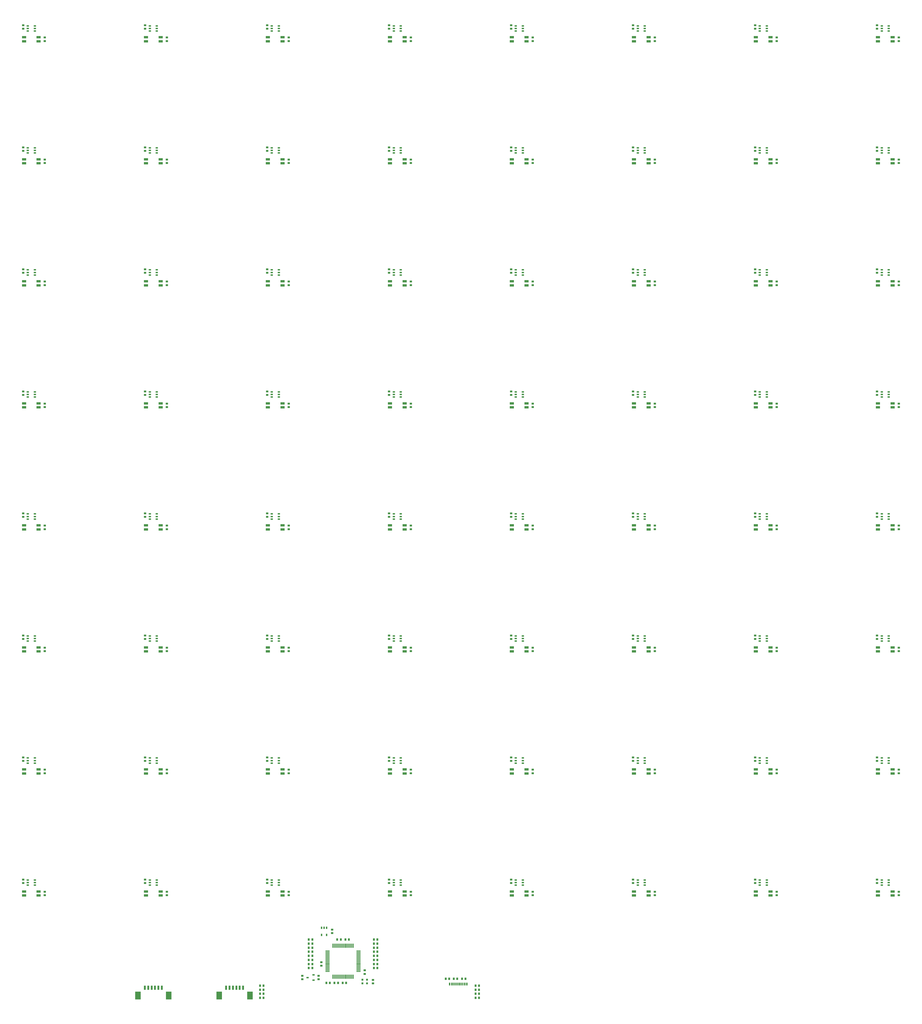
<source format=gtp>
G04*
G04 #@! TF.GenerationSoftware,Altium Limited,Altium Designer,23.1.1 (15)*
G04*
G04 Layer_Color=8421504*
%FSLAX44Y44*%
%MOMM*%
G71*
G04*
G04 #@! TF.SameCoordinates,D6AEB844-DB29-4591-81DB-C28A87B81CE0*
G04*
G04*
G04 #@! TF.FilePolarity,Positive*
G04*
G01*
G75*
%ADD12R,0.9000X0.7000*%
%ADD13R,0.7000X0.9000*%
%ADD14R,0.7800X0.6800*%
%ADD15R,0.6000X0.9000*%
%ADD16R,1.5000X0.3000*%
%ADD17R,0.3000X1.5000*%
%ADD18R,0.9000X0.6000*%
%ADD19R,1.5000X0.8200*%
%ADD20R,0.3000X1.0000*%
%ADD21R,0.6000X1.0000*%
%ADD22R,0.8000X1.6000*%
%ADD23R,2.1000X3.0000*%
D12*
X1630000Y103500D02*
D03*
Y116500D02*
D03*
X1470000Y133500D02*
D03*
Y146500D02*
D03*
X1660000Y81500D02*
D03*
Y68500D02*
D03*
X1510000Y266500D02*
D03*
Y253500D02*
D03*
X450000Y393500D02*
D03*
Y406500D02*
D03*
X370000Y438500D02*
D03*
Y451500D02*
D03*
X1460000Y83500D02*
D03*
Y96500D02*
D03*
X1400000D02*
D03*
Y83500D02*
D03*
X820000Y438500D02*
D03*
Y451500D02*
D03*
X1270000Y438500D02*
D03*
Y451500D02*
D03*
X1720000Y438500D02*
D03*
Y451500D02*
D03*
X2170000Y438500D02*
D03*
Y451500D02*
D03*
X2620000Y438500D02*
D03*
Y451500D02*
D03*
X3070000Y438500D02*
D03*
Y451500D02*
D03*
X3520000Y438500D02*
D03*
Y451500D02*
D03*
X370000Y888500D02*
D03*
Y901500D02*
D03*
X820000Y888500D02*
D03*
Y901500D02*
D03*
X1270000Y888500D02*
D03*
Y901500D02*
D03*
X1720000Y888500D02*
D03*
Y901500D02*
D03*
X2170000Y888500D02*
D03*
Y901500D02*
D03*
X2620000Y888500D02*
D03*
Y901500D02*
D03*
X3070000Y888500D02*
D03*
Y901500D02*
D03*
X3520000Y888500D02*
D03*
Y901500D02*
D03*
X370000Y1338500D02*
D03*
Y1351500D02*
D03*
X820000Y1338500D02*
D03*
Y1351500D02*
D03*
X1270000Y1338500D02*
D03*
Y1351500D02*
D03*
X1720000Y1338500D02*
D03*
Y1351500D02*
D03*
X2170000Y1338500D02*
D03*
Y1351500D02*
D03*
X2620000Y1338500D02*
D03*
Y1351500D02*
D03*
X3070000Y1338500D02*
D03*
Y1351500D02*
D03*
X3520000Y1338500D02*
D03*
Y1351500D02*
D03*
X370000Y1788500D02*
D03*
Y1801500D02*
D03*
X820000Y1788500D02*
D03*
Y1801500D02*
D03*
X1270000Y1788500D02*
D03*
Y1801500D02*
D03*
X1720000Y1788500D02*
D03*
Y1801500D02*
D03*
X2170000Y1788500D02*
D03*
Y1801500D02*
D03*
X2620000Y1788500D02*
D03*
Y1801500D02*
D03*
X3070000Y1788500D02*
D03*
Y1801500D02*
D03*
X3520000Y1788500D02*
D03*
Y1801500D02*
D03*
X370000Y2238500D02*
D03*
Y2251500D02*
D03*
X820000Y2238500D02*
D03*
Y2251500D02*
D03*
X1270000Y2238500D02*
D03*
Y2251500D02*
D03*
X1720000Y2238500D02*
D03*
Y2251500D02*
D03*
X2170000Y2238500D02*
D03*
Y2251500D02*
D03*
X2620000Y2238500D02*
D03*
Y2251500D02*
D03*
X3070000Y2238500D02*
D03*
Y2251500D02*
D03*
X3520000Y2238500D02*
D03*
Y2251500D02*
D03*
X370000Y2688500D02*
D03*
Y2701500D02*
D03*
X820000Y2688500D02*
D03*
Y2701500D02*
D03*
X1270000Y2688500D02*
D03*
Y2701500D02*
D03*
X1720000Y2688500D02*
D03*
Y2701500D02*
D03*
X2170000Y2688500D02*
D03*
Y2701500D02*
D03*
X2620000Y2688500D02*
D03*
Y2701500D02*
D03*
X3070000Y2688500D02*
D03*
Y2701500D02*
D03*
X370000Y3138500D02*
D03*
Y3151500D02*
D03*
X820000Y3138500D02*
D03*
Y3151500D02*
D03*
X1270000Y3138500D02*
D03*
Y3151500D02*
D03*
X1720000Y3138500D02*
D03*
Y3151500D02*
D03*
X2170000Y3138500D02*
D03*
Y3151500D02*
D03*
X2620000Y3138500D02*
D03*
Y3151500D02*
D03*
X3070000Y3138500D02*
D03*
Y3151500D02*
D03*
X3520000Y3138500D02*
D03*
Y3151500D02*
D03*
X370000Y3588500D02*
D03*
Y3601500D02*
D03*
X820000Y3588500D02*
D03*
Y3601500D02*
D03*
X1270000Y3588500D02*
D03*
Y3601500D02*
D03*
X1720000Y3588500D02*
D03*
Y3601500D02*
D03*
X2170000Y3588500D02*
D03*
Y3601500D02*
D03*
X2620000Y3588500D02*
D03*
Y3601500D02*
D03*
X3070000Y3588500D02*
D03*
Y3601500D02*
D03*
X3520000Y3588500D02*
D03*
Y3601500D02*
D03*
X900000Y393500D02*
D03*
Y406500D02*
D03*
X1350000Y393500D02*
D03*
Y406500D02*
D03*
X1800000Y393500D02*
D03*
Y406500D02*
D03*
X2250000Y393500D02*
D03*
Y406500D02*
D03*
X2700000Y393500D02*
D03*
Y406500D02*
D03*
X3150000Y393500D02*
D03*
Y406500D02*
D03*
X3600000Y393500D02*
D03*
Y406500D02*
D03*
X450000Y843500D02*
D03*
Y856500D02*
D03*
X900000Y843500D02*
D03*
Y856500D02*
D03*
X1350000Y843500D02*
D03*
Y856500D02*
D03*
X1800000Y843500D02*
D03*
Y856500D02*
D03*
X2250000Y843500D02*
D03*
Y856500D02*
D03*
X2700000Y843500D02*
D03*
Y856500D02*
D03*
X3150000Y843500D02*
D03*
Y856500D02*
D03*
X3600000Y843500D02*
D03*
Y856500D02*
D03*
X450000Y1293500D02*
D03*
Y1306500D02*
D03*
X900000Y1293500D02*
D03*
Y1306500D02*
D03*
X1350000Y1293500D02*
D03*
Y1306500D02*
D03*
X1800000Y1293500D02*
D03*
Y1306500D02*
D03*
X2250000Y1293500D02*
D03*
Y1306500D02*
D03*
X2700000Y1293500D02*
D03*
Y1306500D02*
D03*
X3150000Y1293500D02*
D03*
Y1306500D02*
D03*
X3600000Y1293500D02*
D03*
Y1306500D02*
D03*
X450000Y1743500D02*
D03*
Y1756500D02*
D03*
X900000Y1743500D02*
D03*
Y1756500D02*
D03*
X1350000Y1743500D02*
D03*
Y1756500D02*
D03*
X1800000Y1743500D02*
D03*
Y1756500D02*
D03*
X2250000Y1743500D02*
D03*
Y1756500D02*
D03*
X2700000Y1743500D02*
D03*
Y1756500D02*
D03*
X3150000Y1743500D02*
D03*
Y1756500D02*
D03*
X3600000Y1743500D02*
D03*
Y1756500D02*
D03*
X450000Y2193500D02*
D03*
Y2206500D02*
D03*
X900000Y2193500D02*
D03*
Y2206500D02*
D03*
X1350000Y2193500D02*
D03*
Y2206500D02*
D03*
X1800000Y2193500D02*
D03*
Y2206500D02*
D03*
X2250000Y2193500D02*
D03*
Y2206500D02*
D03*
X2700000Y2193500D02*
D03*
Y2206500D02*
D03*
X3150000Y2193500D02*
D03*
Y2206500D02*
D03*
X3600000Y2193500D02*
D03*
Y2206500D02*
D03*
X450000Y2643500D02*
D03*
Y2656500D02*
D03*
X900000Y2643500D02*
D03*
Y2656500D02*
D03*
X1350000Y2643500D02*
D03*
Y2656500D02*
D03*
X1800000Y2643500D02*
D03*
Y2656500D02*
D03*
X2250000Y2643500D02*
D03*
Y2656500D02*
D03*
X2700000Y2643500D02*
D03*
Y2656500D02*
D03*
X3150000Y2643500D02*
D03*
Y2656500D02*
D03*
X450000Y3093500D02*
D03*
Y3106500D02*
D03*
X900000Y3093500D02*
D03*
Y3106500D02*
D03*
X1350000Y3093500D02*
D03*
Y3106500D02*
D03*
X1800000Y3093500D02*
D03*
Y3106500D02*
D03*
X2250000Y3093500D02*
D03*
Y3106500D02*
D03*
X2700000Y3093500D02*
D03*
Y3106500D02*
D03*
X3150000Y3093500D02*
D03*
Y3106500D02*
D03*
X3600000Y3093500D02*
D03*
Y3106500D02*
D03*
X450000Y3543500D02*
D03*
Y3556500D02*
D03*
X900000Y3543500D02*
D03*
Y3556500D02*
D03*
X1350000Y3543500D02*
D03*
Y3556500D02*
D03*
X1800000Y3543500D02*
D03*
Y3556500D02*
D03*
X2250000Y3543500D02*
D03*
Y3556500D02*
D03*
X2700000Y3543500D02*
D03*
Y3556500D02*
D03*
X3150000Y3543500D02*
D03*
Y3556500D02*
D03*
X3600000Y3543500D02*
D03*
Y3556500D02*
D03*
X3520000Y2688500D02*
D03*
Y2701500D02*
D03*
X3600000Y2643500D02*
D03*
Y2656500D02*
D03*
D13*
X1518500Y70000D02*
D03*
X1531500D02*
D03*
X1548500D02*
D03*
X1561500D02*
D03*
X1488500D02*
D03*
X1501500D02*
D03*
X1676500Y215000D02*
D03*
X1663500D02*
D03*
X1676500Y200000D02*
D03*
X1663500D02*
D03*
X1676500Y185000D02*
D03*
X1663500D02*
D03*
X1676500Y170000D02*
D03*
X1663500D02*
D03*
X1676500Y155000D02*
D03*
X1663500D02*
D03*
X1676500Y140000D02*
D03*
X1663500D02*
D03*
X1676500Y125000D02*
D03*
X1663500D02*
D03*
X1423500Y215000D02*
D03*
X1436500D02*
D03*
X1423500Y200000D02*
D03*
X1436500D02*
D03*
X1423500Y185000D02*
D03*
X1436500D02*
D03*
X1423500Y170000D02*
D03*
X1436500D02*
D03*
X1423500Y155000D02*
D03*
X1436500D02*
D03*
X1423500Y140000D02*
D03*
X1436500D02*
D03*
X1423500Y125000D02*
D03*
X1436500D02*
D03*
X1571500Y230000D02*
D03*
X1558500D02*
D03*
X1528500D02*
D03*
X1541500D02*
D03*
X1663500Y230000D02*
D03*
X1676500D02*
D03*
X1436500Y230000D02*
D03*
X1423500D02*
D03*
X1958500Y85000D02*
D03*
X1971500D02*
D03*
X2001500D02*
D03*
X1988500D02*
D03*
X1928500D02*
D03*
X1941500D02*
D03*
X2038500Y45000D02*
D03*
X2051500D02*
D03*
Y30000D02*
D03*
X2038500D02*
D03*
X2051500Y15000D02*
D03*
X2038500D02*
D03*
Y60000D02*
D03*
X2051500D02*
D03*
X1256500Y60000D02*
D03*
X1243500D02*
D03*
X1256500Y45000D02*
D03*
X1243500D02*
D03*
X1256500Y30000D02*
D03*
X1243500D02*
D03*
X1256500Y15000D02*
D03*
X1243500D02*
D03*
D14*
X1621350Y68350D02*
D03*
Y81650D02*
D03*
X1638650D02*
D03*
Y68350D02*
D03*
D15*
X1470500Y273000D02*
D03*
X1480000D02*
D03*
X1489500D02*
D03*
X1470500Y247000D02*
D03*
X1489500D02*
D03*
D16*
X1607000Y117500D02*
D03*
Y122500D02*
D03*
Y152500D02*
D03*
Y112500D02*
D03*
Y187500D02*
D03*
Y182500D02*
D03*
Y177500D02*
D03*
Y172500D02*
D03*
Y167500D02*
D03*
Y162500D02*
D03*
Y157500D02*
D03*
Y147500D02*
D03*
Y142500D02*
D03*
Y137500D02*
D03*
Y132500D02*
D03*
Y127500D02*
D03*
X1493000Y112500D02*
D03*
Y117500D02*
D03*
Y122500D02*
D03*
Y127500D02*
D03*
Y132500D02*
D03*
Y137500D02*
D03*
Y142500D02*
D03*
Y147500D02*
D03*
Y152500D02*
D03*
Y157500D02*
D03*
Y162500D02*
D03*
Y167500D02*
D03*
Y172500D02*
D03*
Y177500D02*
D03*
Y182500D02*
D03*
Y187500D02*
D03*
D17*
X1512500Y207000D02*
D03*
X1517500D02*
D03*
X1522500D02*
D03*
X1527500D02*
D03*
X1532500D02*
D03*
X1537500D02*
D03*
X1542500D02*
D03*
X1547500D02*
D03*
X1552500D02*
D03*
X1557500D02*
D03*
X1562500D02*
D03*
X1567500D02*
D03*
X1572500D02*
D03*
X1577500D02*
D03*
X1582500D02*
D03*
X1587500D02*
D03*
X1512500Y93000D02*
D03*
X1517500D02*
D03*
X1522500D02*
D03*
X1527500D02*
D03*
X1532500D02*
D03*
X1537500D02*
D03*
X1542500D02*
D03*
X1547500D02*
D03*
X1552500D02*
D03*
X1557500D02*
D03*
X1562500D02*
D03*
X1567500D02*
D03*
X1572500D02*
D03*
X1577500D02*
D03*
X1582500D02*
D03*
X1587500D02*
D03*
D18*
X387000Y440000D02*
D03*
Y449500D02*
D03*
X413000Y430500D02*
D03*
Y440000D02*
D03*
Y449500D02*
D03*
X387000Y430500D02*
D03*
X1419000Y90000D02*
D03*
X1441000Y80500D02*
D03*
Y99500D02*
D03*
X837000Y440000D02*
D03*
Y449500D02*
D03*
X863000Y430500D02*
D03*
Y440000D02*
D03*
Y449500D02*
D03*
X837000Y430500D02*
D03*
X1287000Y440000D02*
D03*
Y449500D02*
D03*
X1313000Y430500D02*
D03*
Y440000D02*
D03*
Y449500D02*
D03*
X1287000Y430500D02*
D03*
X1737000Y440000D02*
D03*
Y449500D02*
D03*
X1763000Y430500D02*
D03*
Y440000D02*
D03*
Y449500D02*
D03*
X1737000Y430500D02*
D03*
X2187000Y440000D02*
D03*
Y449500D02*
D03*
X2213000Y430500D02*
D03*
Y440000D02*
D03*
Y449500D02*
D03*
X2187000Y430500D02*
D03*
X2637000Y440000D02*
D03*
Y449500D02*
D03*
X2663000Y430500D02*
D03*
Y440000D02*
D03*
Y449500D02*
D03*
X2637000Y430500D02*
D03*
X3087000Y440000D02*
D03*
Y449500D02*
D03*
X3113000Y430500D02*
D03*
Y440000D02*
D03*
Y449500D02*
D03*
X3087000Y430500D02*
D03*
X3537000Y440000D02*
D03*
Y449500D02*
D03*
X3563000Y430500D02*
D03*
Y440000D02*
D03*
Y449500D02*
D03*
X3537000Y430500D02*
D03*
X387000Y890000D02*
D03*
Y899500D02*
D03*
X413000Y880500D02*
D03*
Y890000D02*
D03*
Y899500D02*
D03*
X387000Y880500D02*
D03*
X837000Y890000D02*
D03*
Y899500D02*
D03*
X863000Y880500D02*
D03*
Y890000D02*
D03*
Y899500D02*
D03*
X837000Y880500D02*
D03*
X1287000Y890000D02*
D03*
Y899500D02*
D03*
X1313000Y880500D02*
D03*
Y890000D02*
D03*
Y899500D02*
D03*
X1287000Y880500D02*
D03*
X1737000Y890000D02*
D03*
Y899500D02*
D03*
X1763000Y880500D02*
D03*
Y890000D02*
D03*
Y899500D02*
D03*
X1737000Y880500D02*
D03*
X2187000Y890000D02*
D03*
Y899500D02*
D03*
X2213000Y880500D02*
D03*
Y890000D02*
D03*
Y899500D02*
D03*
X2187000Y880500D02*
D03*
X2637000Y890000D02*
D03*
Y899500D02*
D03*
X2663000Y880500D02*
D03*
Y890000D02*
D03*
Y899500D02*
D03*
X2637000Y880500D02*
D03*
X3087000Y890000D02*
D03*
Y899500D02*
D03*
X3113000Y880500D02*
D03*
Y890000D02*
D03*
Y899500D02*
D03*
X3087000Y880500D02*
D03*
X3537000Y890000D02*
D03*
Y899500D02*
D03*
X3563000Y880500D02*
D03*
Y890000D02*
D03*
Y899500D02*
D03*
X3537000Y880500D02*
D03*
X387000Y1340000D02*
D03*
Y1349500D02*
D03*
X413000Y1330500D02*
D03*
Y1340000D02*
D03*
Y1349500D02*
D03*
X387000Y1330500D02*
D03*
X837000Y1340000D02*
D03*
Y1349500D02*
D03*
X863000Y1330500D02*
D03*
Y1340000D02*
D03*
Y1349500D02*
D03*
X837000Y1330500D02*
D03*
X1287000Y1340000D02*
D03*
Y1349500D02*
D03*
X1313000Y1330500D02*
D03*
Y1340000D02*
D03*
Y1349500D02*
D03*
X1287000Y1330500D02*
D03*
X1737000Y1340000D02*
D03*
Y1349500D02*
D03*
X1763000Y1330500D02*
D03*
Y1340000D02*
D03*
Y1349500D02*
D03*
X1737000Y1330500D02*
D03*
X2187000Y1340000D02*
D03*
Y1349500D02*
D03*
X2213000Y1330500D02*
D03*
Y1340000D02*
D03*
Y1349500D02*
D03*
X2187000Y1330500D02*
D03*
X2637000Y1340000D02*
D03*
Y1349500D02*
D03*
X2663000Y1330500D02*
D03*
Y1340000D02*
D03*
Y1349500D02*
D03*
X2637000Y1330500D02*
D03*
X3087000Y1340000D02*
D03*
Y1349500D02*
D03*
X3113000Y1330500D02*
D03*
Y1340000D02*
D03*
Y1349500D02*
D03*
X3087000Y1330500D02*
D03*
X3537000Y1340000D02*
D03*
Y1349500D02*
D03*
X3563000Y1330500D02*
D03*
Y1340000D02*
D03*
Y1349500D02*
D03*
X3537000Y1330500D02*
D03*
X387000Y1790000D02*
D03*
Y1799500D02*
D03*
X413000Y1780500D02*
D03*
Y1790000D02*
D03*
Y1799500D02*
D03*
X387000Y1780500D02*
D03*
X837000Y1790000D02*
D03*
Y1799500D02*
D03*
X863000Y1780500D02*
D03*
Y1790000D02*
D03*
Y1799500D02*
D03*
X837000Y1780500D02*
D03*
X1287000Y1790000D02*
D03*
Y1799500D02*
D03*
X1313000Y1780500D02*
D03*
Y1790000D02*
D03*
Y1799500D02*
D03*
X1287000Y1780500D02*
D03*
X1737000Y1790000D02*
D03*
Y1799500D02*
D03*
X1763000Y1780500D02*
D03*
Y1790000D02*
D03*
Y1799500D02*
D03*
X1737000Y1780500D02*
D03*
X2187000Y1790000D02*
D03*
Y1799500D02*
D03*
X2213000Y1780500D02*
D03*
Y1790000D02*
D03*
Y1799500D02*
D03*
X2187000Y1780500D02*
D03*
X2637000Y1790000D02*
D03*
Y1799500D02*
D03*
X2663000Y1780500D02*
D03*
Y1790000D02*
D03*
Y1799500D02*
D03*
X2637000Y1780500D02*
D03*
X3087000Y1790000D02*
D03*
Y1799500D02*
D03*
X3113000Y1780500D02*
D03*
Y1790000D02*
D03*
Y1799500D02*
D03*
X3087000Y1780500D02*
D03*
X3537000Y1790000D02*
D03*
Y1799500D02*
D03*
X3563000Y1780500D02*
D03*
Y1790000D02*
D03*
Y1799500D02*
D03*
X3537000Y1780500D02*
D03*
X387000Y2240000D02*
D03*
Y2249500D02*
D03*
X413000Y2230500D02*
D03*
Y2240000D02*
D03*
Y2249500D02*
D03*
X387000Y2230500D02*
D03*
X837000Y2240000D02*
D03*
Y2249500D02*
D03*
X863000Y2230500D02*
D03*
Y2240000D02*
D03*
Y2249500D02*
D03*
X837000Y2230500D02*
D03*
X1287000Y2240000D02*
D03*
Y2249500D02*
D03*
X1313000Y2230500D02*
D03*
Y2240000D02*
D03*
Y2249500D02*
D03*
X1287000Y2230500D02*
D03*
X1737000Y2240000D02*
D03*
Y2249500D02*
D03*
X1763000Y2230500D02*
D03*
Y2240000D02*
D03*
Y2249500D02*
D03*
X1737000Y2230500D02*
D03*
X2187000Y2240000D02*
D03*
Y2249500D02*
D03*
X2213000Y2230500D02*
D03*
Y2240000D02*
D03*
Y2249500D02*
D03*
X2187000Y2230500D02*
D03*
X2637000Y2240000D02*
D03*
Y2249500D02*
D03*
X2663000Y2230500D02*
D03*
Y2240000D02*
D03*
Y2249500D02*
D03*
X2637000Y2230500D02*
D03*
X3087000Y2240000D02*
D03*
Y2249500D02*
D03*
X3113000Y2230500D02*
D03*
Y2240000D02*
D03*
Y2249500D02*
D03*
X3087000Y2230500D02*
D03*
X3537000Y2240000D02*
D03*
Y2249500D02*
D03*
X3563000Y2230500D02*
D03*
Y2240000D02*
D03*
Y2249500D02*
D03*
X3537000Y2230500D02*
D03*
X387000Y2690000D02*
D03*
Y2699500D02*
D03*
X413000Y2680500D02*
D03*
Y2690000D02*
D03*
Y2699500D02*
D03*
X387000Y2680500D02*
D03*
X837000Y2690000D02*
D03*
Y2699500D02*
D03*
X863000Y2680500D02*
D03*
Y2690000D02*
D03*
Y2699500D02*
D03*
X837000Y2680500D02*
D03*
X1287000Y2690000D02*
D03*
Y2699500D02*
D03*
X1313000Y2680500D02*
D03*
Y2690000D02*
D03*
Y2699500D02*
D03*
X1287000Y2680500D02*
D03*
X1737000Y2690000D02*
D03*
Y2699500D02*
D03*
X1763000Y2680500D02*
D03*
Y2690000D02*
D03*
Y2699500D02*
D03*
X1737000Y2680500D02*
D03*
X2187000Y2690000D02*
D03*
Y2699500D02*
D03*
X2213000Y2680500D02*
D03*
Y2690000D02*
D03*
Y2699500D02*
D03*
X2187000Y2680500D02*
D03*
X2637000Y2690000D02*
D03*
Y2699500D02*
D03*
X2663000Y2680500D02*
D03*
Y2690000D02*
D03*
Y2699500D02*
D03*
X2637000Y2680500D02*
D03*
X3087000Y2690000D02*
D03*
Y2699500D02*
D03*
X3113000Y2680500D02*
D03*
Y2690000D02*
D03*
Y2699500D02*
D03*
X3087000Y2680500D02*
D03*
X387000Y3140000D02*
D03*
Y3149500D02*
D03*
X413000Y3130500D02*
D03*
Y3140000D02*
D03*
Y3149500D02*
D03*
X387000Y3130500D02*
D03*
X837000Y3140000D02*
D03*
Y3149500D02*
D03*
X863000Y3130500D02*
D03*
Y3140000D02*
D03*
Y3149500D02*
D03*
X837000Y3130500D02*
D03*
X1287000Y3140000D02*
D03*
Y3149500D02*
D03*
X1313000Y3130500D02*
D03*
Y3140000D02*
D03*
Y3149500D02*
D03*
X1287000Y3130500D02*
D03*
X1737000Y3140000D02*
D03*
Y3149500D02*
D03*
X1763000Y3130500D02*
D03*
Y3140000D02*
D03*
Y3149500D02*
D03*
X1737000Y3130500D02*
D03*
X2187000Y3140000D02*
D03*
Y3149500D02*
D03*
X2213000Y3130500D02*
D03*
Y3140000D02*
D03*
Y3149500D02*
D03*
X2187000Y3130500D02*
D03*
X2637000Y3140000D02*
D03*
Y3149500D02*
D03*
X2663000Y3130500D02*
D03*
Y3140000D02*
D03*
Y3149500D02*
D03*
X2637000Y3130500D02*
D03*
X3087000Y3140000D02*
D03*
Y3149500D02*
D03*
X3113000Y3130500D02*
D03*
Y3140000D02*
D03*
Y3149500D02*
D03*
X3087000Y3130500D02*
D03*
X3537000Y3140000D02*
D03*
Y3149500D02*
D03*
X3563000Y3130500D02*
D03*
Y3140000D02*
D03*
Y3149500D02*
D03*
X3537000Y3130500D02*
D03*
X387000Y3590000D02*
D03*
Y3599500D02*
D03*
X413000Y3580500D02*
D03*
Y3590000D02*
D03*
Y3599500D02*
D03*
X387000Y3580500D02*
D03*
X837000Y3590000D02*
D03*
Y3599500D02*
D03*
X863000Y3580500D02*
D03*
Y3590000D02*
D03*
Y3599500D02*
D03*
X837000Y3580500D02*
D03*
X1287000Y3590000D02*
D03*
Y3599500D02*
D03*
X1313000Y3580500D02*
D03*
Y3590000D02*
D03*
Y3599500D02*
D03*
X1287000Y3580500D02*
D03*
X1737000Y3590000D02*
D03*
Y3599500D02*
D03*
X1763000Y3580500D02*
D03*
Y3590000D02*
D03*
Y3599500D02*
D03*
X1737000Y3580500D02*
D03*
X2187000Y3590000D02*
D03*
Y3599500D02*
D03*
X2213000Y3580500D02*
D03*
Y3590000D02*
D03*
Y3599500D02*
D03*
X2187000Y3580500D02*
D03*
X2637000Y3590000D02*
D03*
Y3599500D02*
D03*
X2663000Y3580500D02*
D03*
Y3590000D02*
D03*
Y3599500D02*
D03*
X2637000Y3580500D02*
D03*
X3087000Y3590000D02*
D03*
Y3599500D02*
D03*
X3113000Y3580500D02*
D03*
Y3590000D02*
D03*
Y3599500D02*
D03*
X3087000Y3580500D02*
D03*
X3537000Y3590000D02*
D03*
Y3599500D02*
D03*
X3563000Y3580500D02*
D03*
Y3590000D02*
D03*
Y3599500D02*
D03*
X3537000Y3580500D02*
D03*
Y2690000D02*
D03*
Y2699500D02*
D03*
X3563000Y2680500D02*
D03*
Y2690000D02*
D03*
Y2699500D02*
D03*
X3537000Y2680500D02*
D03*
D19*
X373000Y407500D02*
D03*
Y392500D02*
D03*
X427000D02*
D03*
Y407500D02*
D03*
X823000D02*
D03*
Y392500D02*
D03*
X877000D02*
D03*
Y407500D02*
D03*
X1273000D02*
D03*
Y392500D02*
D03*
X1327000D02*
D03*
Y407500D02*
D03*
X1723000D02*
D03*
Y392500D02*
D03*
X1777000D02*
D03*
Y407500D02*
D03*
X2173000D02*
D03*
Y392500D02*
D03*
X2227000D02*
D03*
Y407500D02*
D03*
X2623000D02*
D03*
Y392500D02*
D03*
X2677000D02*
D03*
Y407500D02*
D03*
X3073000D02*
D03*
Y392500D02*
D03*
X3127000D02*
D03*
Y407500D02*
D03*
X3523000D02*
D03*
Y392500D02*
D03*
X3577000D02*
D03*
Y407500D02*
D03*
X373000Y857500D02*
D03*
Y842500D02*
D03*
X427000D02*
D03*
Y857500D02*
D03*
X823000D02*
D03*
Y842500D02*
D03*
X877000D02*
D03*
Y857500D02*
D03*
X1273000D02*
D03*
Y842500D02*
D03*
X1327000D02*
D03*
Y857500D02*
D03*
X1723000D02*
D03*
Y842500D02*
D03*
X1777000D02*
D03*
Y857500D02*
D03*
X2173000D02*
D03*
Y842500D02*
D03*
X2227000D02*
D03*
Y857500D02*
D03*
X2623000D02*
D03*
Y842500D02*
D03*
X2677000D02*
D03*
Y857500D02*
D03*
X3073000D02*
D03*
Y842500D02*
D03*
X3127000D02*
D03*
Y857500D02*
D03*
X3523000D02*
D03*
Y842500D02*
D03*
X3577000D02*
D03*
Y857500D02*
D03*
X373000Y1307500D02*
D03*
Y1292500D02*
D03*
X427000D02*
D03*
Y1307500D02*
D03*
X823000D02*
D03*
Y1292500D02*
D03*
X877000D02*
D03*
Y1307500D02*
D03*
X1273000D02*
D03*
Y1292500D02*
D03*
X1327000D02*
D03*
Y1307500D02*
D03*
X1723000D02*
D03*
Y1292500D02*
D03*
X1777000D02*
D03*
Y1307500D02*
D03*
X2173000D02*
D03*
Y1292500D02*
D03*
X2227000D02*
D03*
Y1307500D02*
D03*
X2623000D02*
D03*
Y1292500D02*
D03*
X2677000D02*
D03*
Y1307500D02*
D03*
X3073000D02*
D03*
Y1292500D02*
D03*
X3127000D02*
D03*
Y1307500D02*
D03*
X3523000D02*
D03*
Y1292500D02*
D03*
X3577000D02*
D03*
Y1307500D02*
D03*
X373000Y1757500D02*
D03*
Y1742500D02*
D03*
X427000D02*
D03*
Y1757500D02*
D03*
X823000D02*
D03*
Y1742500D02*
D03*
X877000D02*
D03*
Y1757500D02*
D03*
X1273000D02*
D03*
Y1742500D02*
D03*
X1327000D02*
D03*
Y1757500D02*
D03*
X1723000D02*
D03*
Y1742500D02*
D03*
X1777000D02*
D03*
Y1757500D02*
D03*
X2173000D02*
D03*
Y1742500D02*
D03*
X2227000D02*
D03*
Y1757500D02*
D03*
X2623000D02*
D03*
Y1742500D02*
D03*
X2677000D02*
D03*
Y1757500D02*
D03*
X3073000D02*
D03*
Y1742500D02*
D03*
X3127000D02*
D03*
Y1757500D02*
D03*
X3523000D02*
D03*
Y1742500D02*
D03*
X3577000D02*
D03*
Y1757500D02*
D03*
X373000Y2207500D02*
D03*
Y2192500D02*
D03*
X427000D02*
D03*
Y2207500D02*
D03*
X823000D02*
D03*
Y2192500D02*
D03*
X877000D02*
D03*
Y2207500D02*
D03*
X1273000D02*
D03*
Y2192500D02*
D03*
X1327000D02*
D03*
Y2207500D02*
D03*
X1723000D02*
D03*
Y2192500D02*
D03*
X1777000D02*
D03*
Y2207500D02*
D03*
X2173000D02*
D03*
Y2192500D02*
D03*
X2227000D02*
D03*
Y2207500D02*
D03*
X2623000D02*
D03*
Y2192500D02*
D03*
X2677000D02*
D03*
Y2207500D02*
D03*
X3073000D02*
D03*
Y2192500D02*
D03*
X3127000D02*
D03*
Y2207500D02*
D03*
X3523000D02*
D03*
Y2192500D02*
D03*
X3577000D02*
D03*
Y2207500D02*
D03*
X373000Y2657500D02*
D03*
Y2642500D02*
D03*
X427000D02*
D03*
Y2657500D02*
D03*
X823000D02*
D03*
Y2642500D02*
D03*
X877000D02*
D03*
Y2657500D02*
D03*
X1273000D02*
D03*
Y2642500D02*
D03*
X1327000D02*
D03*
Y2657500D02*
D03*
X1723000D02*
D03*
Y2642500D02*
D03*
X1777000D02*
D03*
Y2657500D02*
D03*
X2173000D02*
D03*
Y2642500D02*
D03*
X2227000D02*
D03*
Y2657500D02*
D03*
X2623000D02*
D03*
Y2642500D02*
D03*
X2677000D02*
D03*
Y2657500D02*
D03*
X3073000D02*
D03*
Y2642500D02*
D03*
X3127000D02*
D03*
Y2657500D02*
D03*
X373000Y3107500D02*
D03*
Y3092500D02*
D03*
X427000D02*
D03*
Y3107500D02*
D03*
X823000D02*
D03*
Y3092500D02*
D03*
X877000D02*
D03*
Y3107500D02*
D03*
X1273000D02*
D03*
Y3092500D02*
D03*
X1327000D02*
D03*
Y3107500D02*
D03*
X1723000D02*
D03*
Y3092500D02*
D03*
X1777000D02*
D03*
Y3107500D02*
D03*
X2173000D02*
D03*
Y3092500D02*
D03*
X2227000D02*
D03*
Y3107500D02*
D03*
X2623000D02*
D03*
Y3092500D02*
D03*
X2677000D02*
D03*
Y3107500D02*
D03*
X3073000D02*
D03*
Y3092500D02*
D03*
X3127000D02*
D03*
Y3107500D02*
D03*
X3523000D02*
D03*
Y3092500D02*
D03*
X3577000D02*
D03*
Y3107500D02*
D03*
X373000Y3557500D02*
D03*
Y3542500D02*
D03*
X427000D02*
D03*
Y3557500D02*
D03*
X823000D02*
D03*
Y3542500D02*
D03*
X877000D02*
D03*
Y3557500D02*
D03*
X1273000D02*
D03*
Y3542500D02*
D03*
X1327000D02*
D03*
Y3557500D02*
D03*
X1723000D02*
D03*
Y3542500D02*
D03*
X1777000D02*
D03*
Y3557500D02*
D03*
X2173000D02*
D03*
Y3542500D02*
D03*
X2227000D02*
D03*
Y3557500D02*
D03*
X2623000D02*
D03*
Y3542500D02*
D03*
X2677000D02*
D03*
Y3557500D02*
D03*
X3073000D02*
D03*
Y3542500D02*
D03*
X3127000D02*
D03*
Y3557500D02*
D03*
X3523000D02*
D03*
Y3542500D02*
D03*
X3577000D02*
D03*
Y3557500D02*
D03*
X3523000Y2657500D02*
D03*
Y2642500D02*
D03*
X3577000D02*
D03*
Y2657500D02*
D03*
D20*
X1992500Y66251D02*
D03*
X1972500D02*
D03*
X1977500D02*
D03*
X1982500D02*
D03*
X1987500D02*
D03*
X1967500D02*
D03*
X1962500D02*
D03*
X1957500D02*
D03*
D21*
X1999000D02*
D03*
X2007000D02*
D03*
X1951500D02*
D03*
X1943000D02*
D03*
D22*
X1181250Y52540D02*
D03*
X1168750D02*
D03*
X1156250D02*
D03*
X1143750D02*
D03*
X1131250D02*
D03*
X1118750D02*
D03*
X881250D02*
D03*
X868750D02*
D03*
X856250D02*
D03*
X843750D02*
D03*
X831250D02*
D03*
X818750D02*
D03*
D23*
X1093250Y23540D02*
D03*
X1206750D02*
D03*
X793250D02*
D03*
X906750D02*
D03*
M02*

</source>
